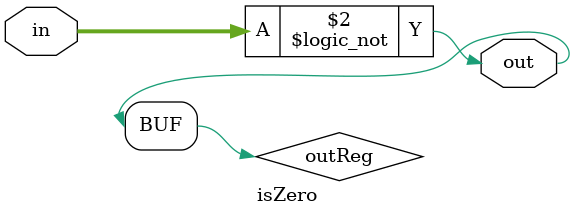
<source format=v>
module isZero#(parameter DATA_SIZE = 8)
              (input [DATA_SIZE-1:0] in, output out);
    reg outReg;
    
    assign out = outReg;
    
    always @* begin
        outReg = (in == 0);
    end
endmodule

</source>
